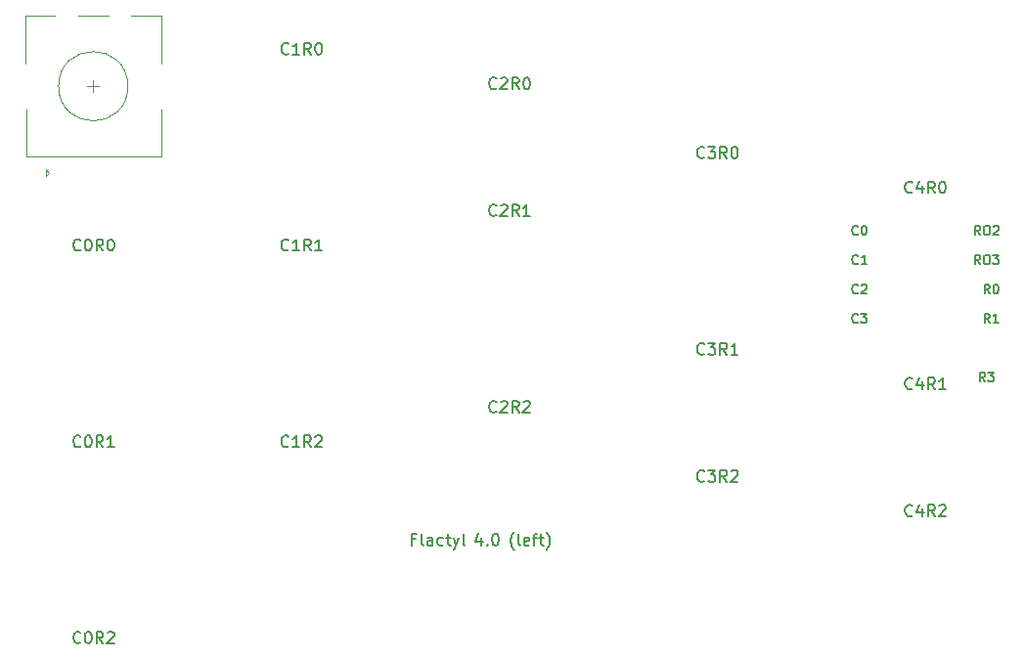
<source format=gbr>
%TF.GenerationSoftware,KiCad,Pcbnew,(7.0.0-0)*%
%TF.CreationDate,2023-02-20T17:01:47+08:00*%
%TF.ProjectId,left,6c656674-2e6b-4696-9361-645f70636258,v1.0.0*%
%TF.SameCoordinates,Original*%
%TF.FileFunction,Legend,Top*%
%TF.FilePolarity,Positive*%
%FSLAX46Y46*%
G04 Gerber Fmt 4.6, Leading zero omitted, Abs format (unit mm)*
G04 Created by KiCad (PCBNEW (7.0.0-0)) date 2023-02-20 17:01:47*
%MOMM*%
%LPD*%
G01*
G04 APERTURE LIST*
%ADD10C,0.150000*%
%ADD11C,0.120000*%
G04 APERTURE END LIST*
D10*
%TO.C,S1*%
X-1142857Y36727857D02*
X-1190476Y36680238D01*
X-1190476Y36680238D02*
X-1333333Y36632619D01*
X-1333333Y36632619D02*
X-1428571Y36632619D01*
X-1428571Y36632619D02*
X-1571428Y36680238D01*
X-1571428Y36680238D02*
X-1666666Y36775476D01*
X-1666666Y36775476D02*
X-1714285Y36870714D01*
X-1714285Y36870714D02*
X-1761904Y37061190D01*
X-1761904Y37061190D02*
X-1761904Y37204047D01*
X-1761904Y37204047D02*
X-1714285Y37394523D01*
X-1714285Y37394523D02*
X-1666666Y37489761D01*
X-1666666Y37489761D02*
X-1571428Y37585000D01*
X-1571428Y37585000D02*
X-1428571Y37632619D01*
X-1428571Y37632619D02*
X-1333333Y37632619D01*
X-1333333Y37632619D02*
X-1190476Y37585000D01*
X-1190476Y37585000D02*
X-1142857Y37537380D01*
X-523809Y37632619D02*
X-428571Y37632619D01*
X-428571Y37632619D02*
X-333333Y37585000D01*
X-333333Y37585000D02*
X-285714Y37537380D01*
X-285714Y37537380D02*
X-238095Y37442142D01*
X-238095Y37442142D02*
X-190476Y37251666D01*
X-190476Y37251666D02*
X-190476Y37013571D01*
X-190476Y37013571D02*
X-238095Y36823095D01*
X-238095Y36823095D02*
X-285714Y36727857D01*
X-285714Y36727857D02*
X-333333Y36680238D01*
X-333333Y36680238D02*
X-428571Y36632619D01*
X-428571Y36632619D02*
X-523809Y36632619D01*
X-523809Y36632619D02*
X-619047Y36680238D01*
X-619047Y36680238D02*
X-666666Y36727857D01*
X-666666Y36727857D02*
X-714285Y36823095D01*
X-714285Y36823095D02*
X-761904Y37013571D01*
X-761904Y37013571D02*
X-761904Y37251666D01*
X-761904Y37251666D02*
X-714285Y37442142D01*
X-714285Y37442142D02*
X-666666Y37537380D01*
X-666666Y37537380D02*
X-619047Y37585000D01*
X-619047Y37585000D02*
X-523809Y37632619D01*
X809523Y36632619D02*
X476190Y37108809D01*
X238095Y36632619D02*
X238095Y37632619D01*
X238095Y37632619D02*
X619047Y37632619D01*
X619047Y37632619D02*
X714285Y37585000D01*
X714285Y37585000D02*
X761904Y37537380D01*
X761904Y37537380D02*
X809523Y37442142D01*
X809523Y37442142D02*
X809523Y37299285D01*
X809523Y37299285D02*
X761904Y37204047D01*
X761904Y37204047D02*
X714285Y37156428D01*
X714285Y37156428D02*
X619047Y37108809D01*
X619047Y37108809D02*
X238095Y37108809D01*
X1428571Y37632619D02*
X1523809Y37632619D01*
X1523809Y37632619D02*
X1619047Y37585000D01*
X1619047Y37585000D02*
X1666666Y37537380D01*
X1666666Y37537380D02*
X1714285Y37442142D01*
X1714285Y37442142D02*
X1761904Y37251666D01*
X1761904Y37251666D02*
X1761904Y37013571D01*
X1761904Y37013571D02*
X1714285Y36823095D01*
X1714285Y36823095D02*
X1666666Y36727857D01*
X1666666Y36727857D02*
X1619047Y36680238D01*
X1619047Y36680238D02*
X1523809Y36632619D01*
X1523809Y36632619D02*
X1428571Y36632619D01*
X1428571Y36632619D02*
X1333333Y36680238D01*
X1333333Y36680238D02*
X1285714Y36727857D01*
X1285714Y36727857D02*
X1238095Y36823095D01*
X1238095Y36823095D02*
X1190476Y37013571D01*
X1190476Y37013571D02*
X1190476Y37251666D01*
X1190476Y37251666D02*
X1238095Y37442142D01*
X1238095Y37442142D02*
X1285714Y37537380D01*
X1285714Y37537380D02*
X1333333Y37585000D01*
X1333333Y37585000D02*
X1428571Y37632619D01*
%TO.C,S2*%
X-1142857Y19727857D02*
X-1190476Y19680238D01*
X-1190476Y19680238D02*
X-1333333Y19632619D01*
X-1333333Y19632619D02*
X-1428571Y19632619D01*
X-1428571Y19632619D02*
X-1571428Y19680238D01*
X-1571428Y19680238D02*
X-1666666Y19775476D01*
X-1666666Y19775476D02*
X-1714285Y19870714D01*
X-1714285Y19870714D02*
X-1761904Y20061190D01*
X-1761904Y20061190D02*
X-1761904Y20204047D01*
X-1761904Y20204047D02*
X-1714285Y20394523D01*
X-1714285Y20394523D02*
X-1666666Y20489761D01*
X-1666666Y20489761D02*
X-1571428Y20585000D01*
X-1571428Y20585000D02*
X-1428571Y20632619D01*
X-1428571Y20632619D02*
X-1333333Y20632619D01*
X-1333333Y20632619D02*
X-1190476Y20585000D01*
X-1190476Y20585000D02*
X-1142857Y20537380D01*
X-523809Y20632619D02*
X-428571Y20632619D01*
X-428571Y20632619D02*
X-333333Y20585000D01*
X-333333Y20585000D02*
X-285714Y20537380D01*
X-285714Y20537380D02*
X-238095Y20442142D01*
X-238095Y20442142D02*
X-190476Y20251666D01*
X-190476Y20251666D02*
X-190476Y20013571D01*
X-190476Y20013571D02*
X-238095Y19823095D01*
X-238095Y19823095D02*
X-285714Y19727857D01*
X-285714Y19727857D02*
X-333333Y19680238D01*
X-333333Y19680238D02*
X-428571Y19632619D01*
X-428571Y19632619D02*
X-523809Y19632619D01*
X-523809Y19632619D02*
X-619047Y19680238D01*
X-619047Y19680238D02*
X-666666Y19727857D01*
X-666666Y19727857D02*
X-714285Y19823095D01*
X-714285Y19823095D02*
X-761904Y20013571D01*
X-761904Y20013571D02*
X-761904Y20251666D01*
X-761904Y20251666D02*
X-714285Y20442142D01*
X-714285Y20442142D02*
X-666666Y20537380D01*
X-666666Y20537380D02*
X-619047Y20585000D01*
X-619047Y20585000D02*
X-523809Y20632619D01*
X809523Y19632619D02*
X476190Y20108809D01*
X238095Y19632619D02*
X238095Y20632619D01*
X238095Y20632619D02*
X619047Y20632619D01*
X619047Y20632619D02*
X714285Y20585000D01*
X714285Y20585000D02*
X761904Y20537380D01*
X761904Y20537380D02*
X809523Y20442142D01*
X809523Y20442142D02*
X809523Y20299285D01*
X809523Y20299285D02*
X761904Y20204047D01*
X761904Y20204047D02*
X714285Y20156428D01*
X714285Y20156428D02*
X619047Y20108809D01*
X619047Y20108809D02*
X238095Y20108809D01*
X1761904Y19632619D02*
X1190476Y19632619D01*
X1476190Y19632619D02*
X1476190Y20632619D01*
X1476190Y20632619D02*
X1380952Y20489761D01*
X1380952Y20489761D02*
X1285714Y20394523D01*
X1285714Y20394523D02*
X1190476Y20346904D01*
%TO.C,S3*%
X-1142857Y2727857D02*
X-1190476Y2680238D01*
X-1190476Y2680238D02*
X-1333333Y2632619D01*
X-1333333Y2632619D02*
X-1428571Y2632619D01*
X-1428571Y2632619D02*
X-1571428Y2680238D01*
X-1571428Y2680238D02*
X-1666666Y2775476D01*
X-1666666Y2775476D02*
X-1714285Y2870714D01*
X-1714285Y2870714D02*
X-1761904Y3061190D01*
X-1761904Y3061190D02*
X-1761904Y3204047D01*
X-1761904Y3204047D02*
X-1714285Y3394523D01*
X-1714285Y3394523D02*
X-1666666Y3489761D01*
X-1666666Y3489761D02*
X-1571428Y3585000D01*
X-1571428Y3585000D02*
X-1428571Y3632619D01*
X-1428571Y3632619D02*
X-1333333Y3632619D01*
X-1333333Y3632619D02*
X-1190476Y3585000D01*
X-1190476Y3585000D02*
X-1142857Y3537380D01*
X-523809Y3632619D02*
X-428571Y3632619D01*
X-428571Y3632619D02*
X-333333Y3585000D01*
X-333333Y3585000D02*
X-285714Y3537380D01*
X-285714Y3537380D02*
X-238095Y3442142D01*
X-238095Y3442142D02*
X-190476Y3251666D01*
X-190476Y3251666D02*
X-190476Y3013571D01*
X-190476Y3013571D02*
X-238095Y2823095D01*
X-238095Y2823095D02*
X-285714Y2727857D01*
X-285714Y2727857D02*
X-333333Y2680238D01*
X-333333Y2680238D02*
X-428571Y2632619D01*
X-428571Y2632619D02*
X-523809Y2632619D01*
X-523809Y2632619D02*
X-619047Y2680238D01*
X-619047Y2680238D02*
X-666666Y2727857D01*
X-666666Y2727857D02*
X-714285Y2823095D01*
X-714285Y2823095D02*
X-761904Y3013571D01*
X-761904Y3013571D02*
X-761904Y3251666D01*
X-761904Y3251666D02*
X-714285Y3442142D01*
X-714285Y3442142D02*
X-666666Y3537380D01*
X-666666Y3537380D02*
X-619047Y3585000D01*
X-619047Y3585000D02*
X-523809Y3632619D01*
X809523Y2632619D02*
X476190Y3108809D01*
X238095Y2632619D02*
X238095Y3632619D01*
X238095Y3632619D02*
X619047Y3632619D01*
X619047Y3632619D02*
X714285Y3585000D01*
X714285Y3585000D02*
X761904Y3537380D01*
X761904Y3537380D02*
X809523Y3442142D01*
X809523Y3442142D02*
X809523Y3299285D01*
X809523Y3299285D02*
X761904Y3204047D01*
X761904Y3204047D02*
X714285Y3156428D01*
X714285Y3156428D02*
X619047Y3108809D01*
X619047Y3108809D02*
X238095Y3108809D01*
X1190476Y3537380D02*
X1238095Y3585000D01*
X1238095Y3585000D02*
X1333333Y3632619D01*
X1333333Y3632619D02*
X1571428Y3632619D01*
X1571428Y3632619D02*
X1666666Y3585000D01*
X1666666Y3585000D02*
X1714285Y3537380D01*
X1714285Y3537380D02*
X1761904Y3442142D01*
X1761904Y3442142D02*
X1761904Y3346904D01*
X1761904Y3346904D02*
X1714285Y3204047D01*
X1714285Y3204047D02*
X1142857Y2632619D01*
X1142857Y2632619D02*
X1761904Y2632619D01*
%TO.C,S4*%
X16857142Y53727857D02*
X16809523Y53680238D01*
X16809523Y53680238D02*
X16666666Y53632619D01*
X16666666Y53632619D02*
X16571428Y53632619D01*
X16571428Y53632619D02*
X16428571Y53680238D01*
X16428571Y53680238D02*
X16333333Y53775476D01*
X16333333Y53775476D02*
X16285714Y53870714D01*
X16285714Y53870714D02*
X16238095Y54061190D01*
X16238095Y54061190D02*
X16238095Y54204047D01*
X16238095Y54204047D02*
X16285714Y54394523D01*
X16285714Y54394523D02*
X16333333Y54489761D01*
X16333333Y54489761D02*
X16428571Y54585000D01*
X16428571Y54585000D02*
X16571428Y54632619D01*
X16571428Y54632619D02*
X16666666Y54632619D01*
X16666666Y54632619D02*
X16809523Y54585000D01*
X16809523Y54585000D02*
X16857142Y54537380D01*
X17809523Y53632619D02*
X17238095Y53632619D01*
X17523809Y53632619D02*
X17523809Y54632619D01*
X17523809Y54632619D02*
X17428571Y54489761D01*
X17428571Y54489761D02*
X17333333Y54394523D01*
X17333333Y54394523D02*
X17238095Y54346904D01*
X18809523Y53632619D02*
X18476190Y54108809D01*
X18238095Y53632619D02*
X18238095Y54632619D01*
X18238095Y54632619D02*
X18619047Y54632619D01*
X18619047Y54632619D02*
X18714285Y54585000D01*
X18714285Y54585000D02*
X18761904Y54537380D01*
X18761904Y54537380D02*
X18809523Y54442142D01*
X18809523Y54442142D02*
X18809523Y54299285D01*
X18809523Y54299285D02*
X18761904Y54204047D01*
X18761904Y54204047D02*
X18714285Y54156428D01*
X18714285Y54156428D02*
X18619047Y54108809D01*
X18619047Y54108809D02*
X18238095Y54108809D01*
X19428571Y54632619D02*
X19523809Y54632619D01*
X19523809Y54632619D02*
X19619047Y54585000D01*
X19619047Y54585000D02*
X19666666Y54537380D01*
X19666666Y54537380D02*
X19714285Y54442142D01*
X19714285Y54442142D02*
X19761904Y54251666D01*
X19761904Y54251666D02*
X19761904Y54013571D01*
X19761904Y54013571D02*
X19714285Y53823095D01*
X19714285Y53823095D02*
X19666666Y53727857D01*
X19666666Y53727857D02*
X19619047Y53680238D01*
X19619047Y53680238D02*
X19523809Y53632619D01*
X19523809Y53632619D02*
X19428571Y53632619D01*
X19428571Y53632619D02*
X19333333Y53680238D01*
X19333333Y53680238D02*
X19285714Y53727857D01*
X19285714Y53727857D02*
X19238095Y53823095D01*
X19238095Y53823095D02*
X19190476Y54013571D01*
X19190476Y54013571D02*
X19190476Y54251666D01*
X19190476Y54251666D02*
X19238095Y54442142D01*
X19238095Y54442142D02*
X19285714Y54537380D01*
X19285714Y54537380D02*
X19333333Y54585000D01*
X19333333Y54585000D02*
X19428571Y54632619D01*
%TO.C,S5*%
X16857142Y36727857D02*
X16809523Y36680238D01*
X16809523Y36680238D02*
X16666666Y36632619D01*
X16666666Y36632619D02*
X16571428Y36632619D01*
X16571428Y36632619D02*
X16428571Y36680238D01*
X16428571Y36680238D02*
X16333333Y36775476D01*
X16333333Y36775476D02*
X16285714Y36870714D01*
X16285714Y36870714D02*
X16238095Y37061190D01*
X16238095Y37061190D02*
X16238095Y37204047D01*
X16238095Y37204047D02*
X16285714Y37394523D01*
X16285714Y37394523D02*
X16333333Y37489761D01*
X16333333Y37489761D02*
X16428571Y37585000D01*
X16428571Y37585000D02*
X16571428Y37632619D01*
X16571428Y37632619D02*
X16666666Y37632619D01*
X16666666Y37632619D02*
X16809523Y37585000D01*
X16809523Y37585000D02*
X16857142Y37537380D01*
X17809523Y36632619D02*
X17238095Y36632619D01*
X17523809Y36632619D02*
X17523809Y37632619D01*
X17523809Y37632619D02*
X17428571Y37489761D01*
X17428571Y37489761D02*
X17333333Y37394523D01*
X17333333Y37394523D02*
X17238095Y37346904D01*
X18809523Y36632619D02*
X18476190Y37108809D01*
X18238095Y36632619D02*
X18238095Y37632619D01*
X18238095Y37632619D02*
X18619047Y37632619D01*
X18619047Y37632619D02*
X18714285Y37585000D01*
X18714285Y37585000D02*
X18761904Y37537380D01*
X18761904Y37537380D02*
X18809523Y37442142D01*
X18809523Y37442142D02*
X18809523Y37299285D01*
X18809523Y37299285D02*
X18761904Y37204047D01*
X18761904Y37204047D02*
X18714285Y37156428D01*
X18714285Y37156428D02*
X18619047Y37108809D01*
X18619047Y37108809D02*
X18238095Y37108809D01*
X19761904Y36632619D02*
X19190476Y36632619D01*
X19476190Y36632619D02*
X19476190Y37632619D01*
X19476190Y37632619D02*
X19380952Y37489761D01*
X19380952Y37489761D02*
X19285714Y37394523D01*
X19285714Y37394523D02*
X19190476Y37346904D01*
%TO.C,S6*%
X16857142Y19727857D02*
X16809523Y19680238D01*
X16809523Y19680238D02*
X16666666Y19632619D01*
X16666666Y19632619D02*
X16571428Y19632619D01*
X16571428Y19632619D02*
X16428571Y19680238D01*
X16428571Y19680238D02*
X16333333Y19775476D01*
X16333333Y19775476D02*
X16285714Y19870714D01*
X16285714Y19870714D02*
X16238095Y20061190D01*
X16238095Y20061190D02*
X16238095Y20204047D01*
X16238095Y20204047D02*
X16285714Y20394523D01*
X16285714Y20394523D02*
X16333333Y20489761D01*
X16333333Y20489761D02*
X16428571Y20585000D01*
X16428571Y20585000D02*
X16571428Y20632619D01*
X16571428Y20632619D02*
X16666666Y20632619D01*
X16666666Y20632619D02*
X16809523Y20585000D01*
X16809523Y20585000D02*
X16857142Y20537380D01*
X17809523Y19632619D02*
X17238095Y19632619D01*
X17523809Y19632619D02*
X17523809Y20632619D01*
X17523809Y20632619D02*
X17428571Y20489761D01*
X17428571Y20489761D02*
X17333333Y20394523D01*
X17333333Y20394523D02*
X17238095Y20346904D01*
X18809523Y19632619D02*
X18476190Y20108809D01*
X18238095Y19632619D02*
X18238095Y20632619D01*
X18238095Y20632619D02*
X18619047Y20632619D01*
X18619047Y20632619D02*
X18714285Y20585000D01*
X18714285Y20585000D02*
X18761904Y20537380D01*
X18761904Y20537380D02*
X18809523Y20442142D01*
X18809523Y20442142D02*
X18809523Y20299285D01*
X18809523Y20299285D02*
X18761904Y20204047D01*
X18761904Y20204047D02*
X18714285Y20156428D01*
X18714285Y20156428D02*
X18619047Y20108809D01*
X18619047Y20108809D02*
X18238095Y20108809D01*
X19190476Y20537380D02*
X19238095Y20585000D01*
X19238095Y20585000D02*
X19333333Y20632619D01*
X19333333Y20632619D02*
X19571428Y20632619D01*
X19571428Y20632619D02*
X19666666Y20585000D01*
X19666666Y20585000D02*
X19714285Y20537380D01*
X19714285Y20537380D02*
X19761904Y20442142D01*
X19761904Y20442142D02*
X19761904Y20346904D01*
X19761904Y20346904D02*
X19714285Y20204047D01*
X19714285Y20204047D02*
X19142857Y19632619D01*
X19142857Y19632619D02*
X19761904Y19632619D01*
%TO.C,S7*%
X34857142Y50727857D02*
X34809523Y50680238D01*
X34809523Y50680238D02*
X34666666Y50632619D01*
X34666666Y50632619D02*
X34571428Y50632619D01*
X34571428Y50632619D02*
X34428571Y50680238D01*
X34428571Y50680238D02*
X34333333Y50775476D01*
X34333333Y50775476D02*
X34285714Y50870714D01*
X34285714Y50870714D02*
X34238095Y51061190D01*
X34238095Y51061190D02*
X34238095Y51204047D01*
X34238095Y51204047D02*
X34285714Y51394523D01*
X34285714Y51394523D02*
X34333333Y51489761D01*
X34333333Y51489761D02*
X34428571Y51585000D01*
X34428571Y51585000D02*
X34571428Y51632619D01*
X34571428Y51632619D02*
X34666666Y51632619D01*
X34666666Y51632619D02*
X34809523Y51585000D01*
X34809523Y51585000D02*
X34857142Y51537380D01*
X35238095Y51537380D02*
X35285714Y51585000D01*
X35285714Y51585000D02*
X35380952Y51632619D01*
X35380952Y51632619D02*
X35619047Y51632619D01*
X35619047Y51632619D02*
X35714285Y51585000D01*
X35714285Y51585000D02*
X35761904Y51537380D01*
X35761904Y51537380D02*
X35809523Y51442142D01*
X35809523Y51442142D02*
X35809523Y51346904D01*
X35809523Y51346904D02*
X35761904Y51204047D01*
X35761904Y51204047D02*
X35190476Y50632619D01*
X35190476Y50632619D02*
X35809523Y50632619D01*
X36809523Y50632619D02*
X36476190Y51108809D01*
X36238095Y50632619D02*
X36238095Y51632619D01*
X36238095Y51632619D02*
X36619047Y51632619D01*
X36619047Y51632619D02*
X36714285Y51585000D01*
X36714285Y51585000D02*
X36761904Y51537380D01*
X36761904Y51537380D02*
X36809523Y51442142D01*
X36809523Y51442142D02*
X36809523Y51299285D01*
X36809523Y51299285D02*
X36761904Y51204047D01*
X36761904Y51204047D02*
X36714285Y51156428D01*
X36714285Y51156428D02*
X36619047Y51108809D01*
X36619047Y51108809D02*
X36238095Y51108809D01*
X37428571Y51632619D02*
X37523809Y51632619D01*
X37523809Y51632619D02*
X37619047Y51585000D01*
X37619047Y51585000D02*
X37666666Y51537380D01*
X37666666Y51537380D02*
X37714285Y51442142D01*
X37714285Y51442142D02*
X37761904Y51251666D01*
X37761904Y51251666D02*
X37761904Y51013571D01*
X37761904Y51013571D02*
X37714285Y50823095D01*
X37714285Y50823095D02*
X37666666Y50727857D01*
X37666666Y50727857D02*
X37619047Y50680238D01*
X37619047Y50680238D02*
X37523809Y50632619D01*
X37523809Y50632619D02*
X37428571Y50632619D01*
X37428571Y50632619D02*
X37333333Y50680238D01*
X37333333Y50680238D02*
X37285714Y50727857D01*
X37285714Y50727857D02*
X37238095Y50823095D01*
X37238095Y50823095D02*
X37190476Y51013571D01*
X37190476Y51013571D02*
X37190476Y51251666D01*
X37190476Y51251666D02*
X37238095Y51442142D01*
X37238095Y51442142D02*
X37285714Y51537380D01*
X37285714Y51537380D02*
X37333333Y51585000D01*
X37333333Y51585000D02*
X37428571Y51632619D01*
%TO.C,S8*%
X34857142Y39727857D02*
X34809523Y39680238D01*
X34809523Y39680238D02*
X34666666Y39632619D01*
X34666666Y39632619D02*
X34571428Y39632619D01*
X34571428Y39632619D02*
X34428571Y39680238D01*
X34428571Y39680238D02*
X34333333Y39775476D01*
X34333333Y39775476D02*
X34285714Y39870714D01*
X34285714Y39870714D02*
X34238095Y40061190D01*
X34238095Y40061190D02*
X34238095Y40204047D01*
X34238095Y40204047D02*
X34285714Y40394523D01*
X34285714Y40394523D02*
X34333333Y40489761D01*
X34333333Y40489761D02*
X34428571Y40585000D01*
X34428571Y40585000D02*
X34571428Y40632619D01*
X34571428Y40632619D02*
X34666666Y40632619D01*
X34666666Y40632619D02*
X34809523Y40585000D01*
X34809523Y40585000D02*
X34857142Y40537380D01*
X35238095Y40537380D02*
X35285714Y40585000D01*
X35285714Y40585000D02*
X35380952Y40632619D01*
X35380952Y40632619D02*
X35619047Y40632619D01*
X35619047Y40632619D02*
X35714285Y40585000D01*
X35714285Y40585000D02*
X35761904Y40537380D01*
X35761904Y40537380D02*
X35809523Y40442142D01*
X35809523Y40442142D02*
X35809523Y40346904D01*
X35809523Y40346904D02*
X35761904Y40204047D01*
X35761904Y40204047D02*
X35190476Y39632619D01*
X35190476Y39632619D02*
X35809523Y39632619D01*
X36809523Y39632619D02*
X36476190Y40108809D01*
X36238095Y39632619D02*
X36238095Y40632619D01*
X36238095Y40632619D02*
X36619047Y40632619D01*
X36619047Y40632619D02*
X36714285Y40585000D01*
X36714285Y40585000D02*
X36761904Y40537380D01*
X36761904Y40537380D02*
X36809523Y40442142D01*
X36809523Y40442142D02*
X36809523Y40299285D01*
X36809523Y40299285D02*
X36761904Y40204047D01*
X36761904Y40204047D02*
X36714285Y40156428D01*
X36714285Y40156428D02*
X36619047Y40108809D01*
X36619047Y40108809D02*
X36238095Y40108809D01*
X37761904Y39632619D02*
X37190476Y39632619D01*
X37476190Y39632619D02*
X37476190Y40632619D01*
X37476190Y40632619D02*
X37380952Y40489761D01*
X37380952Y40489761D02*
X37285714Y40394523D01*
X37285714Y40394523D02*
X37190476Y40346904D01*
%TO.C,S9*%
X34857142Y22727857D02*
X34809523Y22680238D01*
X34809523Y22680238D02*
X34666666Y22632619D01*
X34666666Y22632619D02*
X34571428Y22632619D01*
X34571428Y22632619D02*
X34428571Y22680238D01*
X34428571Y22680238D02*
X34333333Y22775476D01*
X34333333Y22775476D02*
X34285714Y22870714D01*
X34285714Y22870714D02*
X34238095Y23061190D01*
X34238095Y23061190D02*
X34238095Y23204047D01*
X34238095Y23204047D02*
X34285714Y23394523D01*
X34285714Y23394523D02*
X34333333Y23489761D01*
X34333333Y23489761D02*
X34428571Y23585000D01*
X34428571Y23585000D02*
X34571428Y23632619D01*
X34571428Y23632619D02*
X34666666Y23632619D01*
X34666666Y23632619D02*
X34809523Y23585000D01*
X34809523Y23585000D02*
X34857142Y23537380D01*
X35238095Y23537380D02*
X35285714Y23585000D01*
X35285714Y23585000D02*
X35380952Y23632619D01*
X35380952Y23632619D02*
X35619047Y23632619D01*
X35619047Y23632619D02*
X35714285Y23585000D01*
X35714285Y23585000D02*
X35761904Y23537380D01*
X35761904Y23537380D02*
X35809523Y23442142D01*
X35809523Y23442142D02*
X35809523Y23346904D01*
X35809523Y23346904D02*
X35761904Y23204047D01*
X35761904Y23204047D02*
X35190476Y22632619D01*
X35190476Y22632619D02*
X35809523Y22632619D01*
X36809523Y22632619D02*
X36476190Y23108809D01*
X36238095Y22632619D02*
X36238095Y23632619D01*
X36238095Y23632619D02*
X36619047Y23632619D01*
X36619047Y23632619D02*
X36714285Y23585000D01*
X36714285Y23585000D02*
X36761904Y23537380D01*
X36761904Y23537380D02*
X36809523Y23442142D01*
X36809523Y23442142D02*
X36809523Y23299285D01*
X36809523Y23299285D02*
X36761904Y23204047D01*
X36761904Y23204047D02*
X36714285Y23156428D01*
X36714285Y23156428D02*
X36619047Y23108809D01*
X36619047Y23108809D02*
X36238095Y23108809D01*
X37190476Y23537380D02*
X37238095Y23585000D01*
X37238095Y23585000D02*
X37333333Y23632619D01*
X37333333Y23632619D02*
X37571428Y23632619D01*
X37571428Y23632619D02*
X37666666Y23585000D01*
X37666666Y23585000D02*
X37714285Y23537380D01*
X37714285Y23537380D02*
X37761904Y23442142D01*
X37761904Y23442142D02*
X37761904Y23346904D01*
X37761904Y23346904D02*
X37714285Y23204047D01*
X37714285Y23204047D02*
X37142857Y22632619D01*
X37142857Y22632619D02*
X37761904Y22632619D01*
%TO.C,S10*%
X52857142Y44727857D02*
X52809523Y44680238D01*
X52809523Y44680238D02*
X52666666Y44632619D01*
X52666666Y44632619D02*
X52571428Y44632619D01*
X52571428Y44632619D02*
X52428571Y44680238D01*
X52428571Y44680238D02*
X52333333Y44775476D01*
X52333333Y44775476D02*
X52285714Y44870714D01*
X52285714Y44870714D02*
X52238095Y45061190D01*
X52238095Y45061190D02*
X52238095Y45204047D01*
X52238095Y45204047D02*
X52285714Y45394523D01*
X52285714Y45394523D02*
X52333333Y45489761D01*
X52333333Y45489761D02*
X52428571Y45585000D01*
X52428571Y45585000D02*
X52571428Y45632619D01*
X52571428Y45632619D02*
X52666666Y45632619D01*
X52666666Y45632619D02*
X52809523Y45585000D01*
X52809523Y45585000D02*
X52857142Y45537380D01*
X53190476Y45632619D02*
X53809523Y45632619D01*
X53809523Y45632619D02*
X53476190Y45251666D01*
X53476190Y45251666D02*
X53619047Y45251666D01*
X53619047Y45251666D02*
X53714285Y45204047D01*
X53714285Y45204047D02*
X53761904Y45156428D01*
X53761904Y45156428D02*
X53809523Y45061190D01*
X53809523Y45061190D02*
X53809523Y44823095D01*
X53809523Y44823095D02*
X53761904Y44727857D01*
X53761904Y44727857D02*
X53714285Y44680238D01*
X53714285Y44680238D02*
X53619047Y44632619D01*
X53619047Y44632619D02*
X53333333Y44632619D01*
X53333333Y44632619D02*
X53238095Y44680238D01*
X53238095Y44680238D02*
X53190476Y44727857D01*
X54809523Y44632619D02*
X54476190Y45108809D01*
X54238095Y44632619D02*
X54238095Y45632619D01*
X54238095Y45632619D02*
X54619047Y45632619D01*
X54619047Y45632619D02*
X54714285Y45585000D01*
X54714285Y45585000D02*
X54761904Y45537380D01*
X54761904Y45537380D02*
X54809523Y45442142D01*
X54809523Y45442142D02*
X54809523Y45299285D01*
X54809523Y45299285D02*
X54761904Y45204047D01*
X54761904Y45204047D02*
X54714285Y45156428D01*
X54714285Y45156428D02*
X54619047Y45108809D01*
X54619047Y45108809D02*
X54238095Y45108809D01*
X55428571Y45632619D02*
X55523809Y45632619D01*
X55523809Y45632619D02*
X55619047Y45585000D01*
X55619047Y45585000D02*
X55666666Y45537380D01*
X55666666Y45537380D02*
X55714285Y45442142D01*
X55714285Y45442142D02*
X55761904Y45251666D01*
X55761904Y45251666D02*
X55761904Y45013571D01*
X55761904Y45013571D02*
X55714285Y44823095D01*
X55714285Y44823095D02*
X55666666Y44727857D01*
X55666666Y44727857D02*
X55619047Y44680238D01*
X55619047Y44680238D02*
X55523809Y44632619D01*
X55523809Y44632619D02*
X55428571Y44632619D01*
X55428571Y44632619D02*
X55333333Y44680238D01*
X55333333Y44680238D02*
X55285714Y44727857D01*
X55285714Y44727857D02*
X55238095Y44823095D01*
X55238095Y44823095D02*
X55190476Y45013571D01*
X55190476Y45013571D02*
X55190476Y45251666D01*
X55190476Y45251666D02*
X55238095Y45442142D01*
X55238095Y45442142D02*
X55285714Y45537380D01*
X55285714Y45537380D02*
X55333333Y45585000D01*
X55333333Y45585000D02*
X55428571Y45632619D01*
%TO.C,S11*%
X52857142Y27727857D02*
X52809523Y27680238D01*
X52809523Y27680238D02*
X52666666Y27632619D01*
X52666666Y27632619D02*
X52571428Y27632619D01*
X52571428Y27632619D02*
X52428571Y27680238D01*
X52428571Y27680238D02*
X52333333Y27775476D01*
X52333333Y27775476D02*
X52285714Y27870714D01*
X52285714Y27870714D02*
X52238095Y28061190D01*
X52238095Y28061190D02*
X52238095Y28204047D01*
X52238095Y28204047D02*
X52285714Y28394523D01*
X52285714Y28394523D02*
X52333333Y28489761D01*
X52333333Y28489761D02*
X52428571Y28585000D01*
X52428571Y28585000D02*
X52571428Y28632619D01*
X52571428Y28632619D02*
X52666666Y28632619D01*
X52666666Y28632619D02*
X52809523Y28585000D01*
X52809523Y28585000D02*
X52857142Y28537380D01*
X53190476Y28632619D02*
X53809523Y28632619D01*
X53809523Y28632619D02*
X53476190Y28251666D01*
X53476190Y28251666D02*
X53619047Y28251666D01*
X53619047Y28251666D02*
X53714285Y28204047D01*
X53714285Y28204047D02*
X53761904Y28156428D01*
X53761904Y28156428D02*
X53809523Y28061190D01*
X53809523Y28061190D02*
X53809523Y27823095D01*
X53809523Y27823095D02*
X53761904Y27727857D01*
X53761904Y27727857D02*
X53714285Y27680238D01*
X53714285Y27680238D02*
X53619047Y27632619D01*
X53619047Y27632619D02*
X53333333Y27632619D01*
X53333333Y27632619D02*
X53238095Y27680238D01*
X53238095Y27680238D02*
X53190476Y27727857D01*
X54809523Y27632619D02*
X54476190Y28108809D01*
X54238095Y27632619D02*
X54238095Y28632619D01*
X54238095Y28632619D02*
X54619047Y28632619D01*
X54619047Y28632619D02*
X54714285Y28585000D01*
X54714285Y28585000D02*
X54761904Y28537380D01*
X54761904Y28537380D02*
X54809523Y28442142D01*
X54809523Y28442142D02*
X54809523Y28299285D01*
X54809523Y28299285D02*
X54761904Y28204047D01*
X54761904Y28204047D02*
X54714285Y28156428D01*
X54714285Y28156428D02*
X54619047Y28108809D01*
X54619047Y28108809D02*
X54238095Y28108809D01*
X55761904Y27632619D02*
X55190476Y27632619D01*
X55476190Y27632619D02*
X55476190Y28632619D01*
X55476190Y28632619D02*
X55380952Y28489761D01*
X55380952Y28489761D02*
X55285714Y28394523D01*
X55285714Y28394523D02*
X55190476Y28346904D01*
%TO.C,S12*%
X52857142Y16727857D02*
X52809523Y16680238D01*
X52809523Y16680238D02*
X52666666Y16632619D01*
X52666666Y16632619D02*
X52571428Y16632619D01*
X52571428Y16632619D02*
X52428571Y16680238D01*
X52428571Y16680238D02*
X52333333Y16775476D01*
X52333333Y16775476D02*
X52285714Y16870714D01*
X52285714Y16870714D02*
X52238095Y17061190D01*
X52238095Y17061190D02*
X52238095Y17204047D01*
X52238095Y17204047D02*
X52285714Y17394523D01*
X52285714Y17394523D02*
X52333333Y17489761D01*
X52333333Y17489761D02*
X52428571Y17585000D01*
X52428571Y17585000D02*
X52571428Y17632619D01*
X52571428Y17632619D02*
X52666666Y17632619D01*
X52666666Y17632619D02*
X52809523Y17585000D01*
X52809523Y17585000D02*
X52857142Y17537380D01*
X53190476Y17632619D02*
X53809523Y17632619D01*
X53809523Y17632619D02*
X53476190Y17251666D01*
X53476190Y17251666D02*
X53619047Y17251666D01*
X53619047Y17251666D02*
X53714285Y17204047D01*
X53714285Y17204047D02*
X53761904Y17156428D01*
X53761904Y17156428D02*
X53809523Y17061190D01*
X53809523Y17061190D02*
X53809523Y16823095D01*
X53809523Y16823095D02*
X53761904Y16727857D01*
X53761904Y16727857D02*
X53714285Y16680238D01*
X53714285Y16680238D02*
X53619047Y16632619D01*
X53619047Y16632619D02*
X53333333Y16632619D01*
X53333333Y16632619D02*
X53238095Y16680238D01*
X53238095Y16680238D02*
X53190476Y16727857D01*
X54809523Y16632619D02*
X54476190Y17108809D01*
X54238095Y16632619D02*
X54238095Y17632619D01*
X54238095Y17632619D02*
X54619047Y17632619D01*
X54619047Y17632619D02*
X54714285Y17585000D01*
X54714285Y17585000D02*
X54761904Y17537380D01*
X54761904Y17537380D02*
X54809523Y17442142D01*
X54809523Y17442142D02*
X54809523Y17299285D01*
X54809523Y17299285D02*
X54761904Y17204047D01*
X54761904Y17204047D02*
X54714285Y17156428D01*
X54714285Y17156428D02*
X54619047Y17108809D01*
X54619047Y17108809D02*
X54238095Y17108809D01*
X55190476Y17537380D02*
X55238095Y17585000D01*
X55238095Y17585000D02*
X55333333Y17632619D01*
X55333333Y17632619D02*
X55571428Y17632619D01*
X55571428Y17632619D02*
X55666666Y17585000D01*
X55666666Y17585000D02*
X55714285Y17537380D01*
X55714285Y17537380D02*
X55761904Y17442142D01*
X55761904Y17442142D02*
X55761904Y17346904D01*
X55761904Y17346904D02*
X55714285Y17204047D01*
X55714285Y17204047D02*
X55142857Y16632619D01*
X55142857Y16632619D02*
X55761904Y16632619D01*
%TO.C,S13*%
X70857142Y41727857D02*
X70809523Y41680238D01*
X70809523Y41680238D02*
X70666666Y41632619D01*
X70666666Y41632619D02*
X70571428Y41632619D01*
X70571428Y41632619D02*
X70428571Y41680238D01*
X70428571Y41680238D02*
X70333333Y41775476D01*
X70333333Y41775476D02*
X70285714Y41870714D01*
X70285714Y41870714D02*
X70238095Y42061190D01*
X70238095Y42061190D02*
X70238095Y42204047D01*
X70238095Y42204047D02*
X70285714Y42394523D01*
X70285714Y42394523D02*
X70333333Y42489761D01*
X70333333Y42489761D02*
X70428571Y42585000D01*
X70428571Y42585000D02*
X70571428Y42632619D01*
X70571428Y42632619D02*
X70666666Y42632619D01*
X70666666Y42632619D02*
X70809523Y42585000D01*
X70809523Y42585000D02*
X70857142Y42537380D01*
X71714285Y42299285D02*
X71714285Y41632619D01*
X71476190Y42680238D02*
X71238095Y41965952D01*
X71238095Y41965952D02*
X71857142Y41965952D01*
X72809523Y41632619D02*
X72476190Y42108809D01*
X72238095Y41632619D02*
X72238095Y42632619D01*
X72238095Y42632619D02*
X72619047Y42632619D01*
X72619047Y42632619D02*
X72714285Y42585000D01*
X72714285Y42585000D02*
X72761904Y42537380D01*
X72761904Y42537380D02*
X72809523Y42442142D01*
X72809523Y42442142D02*
X72809523Y42299285D01*
X72809523Y42299285D02*
X72761904Y42204047D01*
X72761904Y42204047D02*
X72714285Y42156428D01*
X72714285Y42156428D02*
X72619047Y42108809D01*
X72619047Y42108809D02*
X72238095Y42108809D01*
X73428571Y42632619D02*
X73523809Y42632619D01*
X73523809Y42632619D02*
X73619047Y42585000D01*
X73619047Y42585000D02*
X73666666Y42537380D01*
X73666666Y42537380D02*
X73714285Y42442142D01*
X73714285Y42442142D02*
X73761904Y42251666D01*
X73761904Y42251666D02*
X73761904Y42013571D01*
X73761904Y42013571D02*
X73714285Y41823095D01*
X73714285Y41823095D02*
X73666666Y41727857D01*
X73666666Y41727857D02*
X73619047Y41680238D01*
X73619047Y41680238D02*
X73523809Y41632619D01*
X73523809Y41632619D02*
X73428571Y41632619D01*
X73428571Y41632619D02*
X73333333Y41680238D01*
X73333333Y41680238D02*
X73285714Y41727857D01*
X73285714Y41727857D02*
X73238095Y41823095D01*
X73238095Y41823095D02*
X73190476Y42013571D01*
X73190476Y42013571D02*
X73190476Y42251666D01*
X73190476Y42251666D02*
X73238095Y42442142D01*
X73238095Y42442142D02*
X73285714Y42537380D01*
X73285714Y42537380D02*
X73333333Y42585000D01*
X73333333Y42585000D02*
X73428571Y42632619D01*
%TO.C,S14*%
X70857142Y24727857D02*
X70809523Y24680238D01*
X70809523Y24680238D02*
X70666666Y24632619D01*
X70666666Y24632619D02*
X70571428Y24632619D01*
X70571428Y24632619D02*
X70428571Y24680238D01*
X70428571Y24680238D02*
X70333333Y24775476D01*
X70333333Y24775476D02*
X70285714Y24870714D01*
X70285714Y24870714D02*
X70238095Y25061190D01*
X70238095Y25061190D02*
X70238095Y25204047D01*
X70238095Y25204047D02*
X70285714Y25394523D01*
X70285714Y25394523D02*
X70333333Y25489761D01*
X70333333Y25489761D02*
X70428571Y25585000D01*
X70428571Y25585000D02*
X70571428Y25632619D01*
X70571428Y25632619D02*
X70666666Y25632619D01*
X70666666Y25632619D02*
X70809523Y25585000D01*
X70809523Y25585000D02*
X70857142Y25537380D01*
X71714285Y25299285D02*
X71714285Y24632619D01*
X71476190Y25680238D02*
X71238095Y24965952D01*
X71238095Y24965952D02*
X71857142Y24965952D01*
X72809523Y24632619D02*
X72476190Y25108809D01*
X72238095Y24632619D02*
X72238095Y25632619D01*
X72238095Y25632619D02*
X72619047Y25632619D01*
X72619047Y25632619D02*
X72714285Y25585000D01*
X72714285Y25585000D02*
X72761904Y25537380D01*
X72761904Y25537380D02*
X72809523Y25442142D01*
X72809523Y25442142D02*
X72809523Y25299285D01*
X72809523Y25299285D02*
X72761904Y25204047D01*
X72761904Y25204047D02*
X72714285Y25156428D01*
X72714285Y25156428D02*
X72619047Y25108809D01*
X72619047Y25108809D02*
X72238095Y25108809D01*
X73761904Y24632619D02*
X73190476Y24632619D01*
X73476190Y24632619D02*
X73476190Y25632619D01*
X73476190Y25632619D02*
X73380952Y25489761D01*
X73380952Y25489761D02*
X73285714Y25394523D01*
X73285714Y25394523D02*
X73190476Y25346904D01*
%TO.C,S15*%
X70857142Y13727857D02*
X70809523Y13680238D01*
X70809523Y13680238D02*
X70666666Y13632619D01*
X70666666Y13632619D02*
X70571428Y13632619D01*
X70571428Y13632619D02*
X70428571Y13680238D01*
X70428571Y13680238D02*
X70333333Y13775476D01*
X70333333Y13775476D02*
X70285714Y13870714D01*
X70285714Y13870714D02*
X70238095Y14061190D01*
X70238095Y14061190D02*
X70238095Y14204047D01*
X70238095Y14204047D02*
X70285714Y14394523D01*
X70285714Y14394523D02*
X70333333Y14489761D01*
X70333333Y14489761D02*
X70428571Y14585000D01*
X70428571Y14585000D02*
X70571428Y14632619D01*
X70571428Y14632619D02*
X70666666Y14632619D01*
X70666666Y14632619D02*
X70809523Y14585000D01*
X70809523Y14585000D02*
X70857142Y14537380D01*
X71714285Y14299285D02*
X71714285Y13632619D01*
X71476190Y14680238D02*
X71238095Y13965952D01*
X71238095Y13965952D02*
X71857142Y13965952D01*
X72809523Y13632619D02*
X72476190Y14108809D01*
X72238095Y13632619D02*
X72238095Y14632619D01*
X72238095Y14632619D02*
X72619047Y14632619D01*
X72619047Y14632619D02*
X72714285Y14585000D01*
X72714285Y14585000D02*
X72761904Y14537380D01*
X72761904Y14537380D02*
X72809523Y14442142D01*
X72809523Y14442142D02*
X72809523Y14299285D01*
X72809523Y14299285D02*
X72761904Y14204047D01*
X72761904Y14204047D02*
X72714285Y14156428D01*
X72714285Y14156428D02*
X72619047Y14108809D01*
X72619047Y14108809D02*
X72238095Y14108809D01*
X73190476Y14537380D02*
X73238095Y14585000D01*
X73238095Y14585000D02*
X73333333Y14632619D01*
X73333333Y14632619D02*
X73571428Y14632619D01*
X73571428Y14632619D02*
X73666666Y14585000D01*
X73666666Y14585000D02*
X73714285Y14537380D01*
X73714285Y14537380D02*
X73761904Y14442142D01*
X73761904Y14442142D02*
X73761904Y14346904D01*
X73761904Y14346904D02*
X73714285Y14204047D01*
X73714285Y14204047D02*
X73142857Y13632619D01*
X73142857Y13632619D02*
X73761904Y13632619D01*
%TO.C,SS1*%
%TO.C,MCU1*%
X66166667Y38092285D02*
X66128571Y38054190D01*
X66128571Y38054190D02*
X66014286Y38016095D01*
X66014286Y38016095D02*
X65938095Y38016095D01*
X65938095Y38016095D02*
X65823809Y38054190D01*
X65823809Y38054190D02*
X65747619Y38130380D01*
X65747619Y38130380D02*
X65709524Y38206571D01*
X65709524Y38206571D02*
X65671428Y38358952D01*
X65671428Y38358952D02*
X65671428Y38473238D01*
X65671428Y38473238D02*
X65709524Y38625619D01*
X65709524Y38625619D02*
X65747619Y38701809D01*
X65747619Y38701809D02*
X65823809Y38778000D01*
X65823809Y38778000D02*
X65938095Y38816095D01*
X65938095Y38816095D02*
X66014286Y38816095D01*
X66014286Y38816095D02*
X66128571Y38778000D01*
X66128571Y38778000D02*
X66166667Y38739904D01*
X66661905Y38816095D02*
X66738095Y38816095D01*
X66738095Y38816095D02*
X66814286Y38778000D01*
X66814286Y38778000D02*
X66852381Y38739904D01*
X66852381Y38739904D02*
X66890476Y38663714D01*
X66890476Y38663714D02*
X66928571Y38511333D01*
X66928571Y38511333D02*
X66928571Y38320857D01*
X66928571Y38320857D02*
X66890476Y38168476D01*
X66890476Y38168476D02*
X66852381Y38092285D01*
X66852381Y38092285D02*
X66814286Y38054190D01*
X66814286Y38054190D02*
X66738095Y38016095D01*
X66738095Y38016095D02*
X66661905Y38016095D01*
X66661905Y38016095D02*
X66585714Y38054190D01*
X66585714Y38054190D02*
X66547619Y38092285D01*
X66547619Y38092285D02*
X66509524Y38168476D01*
X66509524Y38168476D02*
X66471428Y38320857D01*
X66471428Y38320857D02*
X66471428Y38511333D01*
X66471428Y38511333D02*
X66509524Y38663714D01*
X66509524Y38663714D02*
X66547619Y38739904D01*
X66547619Y38739904D02*
X66585714Y38778000D01*
X66585714Y38778000D02*
X66661905Y38816095D01*
X66166667Y35552285D02*
X66128571Y35514190D01*
X66128571Y35514190D02*
X66014286Y35476095D01*
X66014286Y35476095D02*
X65938095Y35476095D01*
X65938095Y35476095D02*
X65823809Y35514190D01*
X65823809Y35514190D02*
X65747619Y35590380D01*
X65747619Y35590380D02*
X65709524Y35666571D01*
X65709524Y35666571D02*
X65671428Y35818952D01*
X65671428Y35818952D02*
X65671428Y35933238D01*
X65671428Y35933238D02*
X65709524Y36085619D01*
X65709524Y36085619D02*
X65747619Y36161809D01*
X65747619Y36161809D02*
X65823809Y36238000D01*
X65823809Y36238000D02*
X65938095Y36276095D01*
X65938095Y36276095D02*
X66014286Y36276095D01*
X66014286Y36276095D02*
X66128571Y36238000D01*
X66128571Y36238000D02*
X66166667Y36199904D01*
X66928571Y35476095D02*
X66471428Y35476095D01*
X66700000Y35476095D02*
X66700000Y36276095D01*
X66700000Y36276095D02*
X66623809Y36161809D01*
X66623809Y36161809D02*
X66547619Y36085619D01*
X66547619Y36085619D02*
X66471428Y36047523D01*
X66166667Y33012285D02*
X66128571Y32974190D01*
X66128571Y32974190D02*
X66014286Y32936095D01*
X66014286Y32936095D02*
X65938095Y32936095D01*
X65938095Y32936095D02*
X65823809Y32974190D01*
X65823809Y32974190D02*
X65747619Y33050380D01*
X65747619Y33050380D02*
X65709524Y33126571D01*
X65709524Y33126571D02*
X65671428Y33278952D01*
X65671428Y33278952D02*
X65671428Y33393238D01*
X65671428Y33393238D02*
X65709524Y33545619D01*
X65709524Y33545619D02*
X65747619Y33621809D01*
X65747619Y33621809D02*
X65823809Y33698000D01*
X65823809Y33698000D02*
X65938095Y33736095D01*
X65938095Y33736095D02*
X66014286Y33736095D01*
X66014286Y33736095D02*
X66128571Y33698000D01*
X66128571Y33698000D02*
X66166667Y33659904D01*
X66471428Y33659904D02*
X66509524Y33698000D01*
X66509524Y33698000D02*
X66585714Y33736095D01*
X66585714Y33736095D02*
X66776190Y33736095D01*
X66776190Y33736095D02*
X66852381Y33698000D01*
X66852381Y33698000D02*
X66890476Y33659904D01*
X66890476Y33659904D02*
X66928571Y33583714D01*
X66928571Y33583714D02*
X66928571Y33507523D01*
X66928571Y33507523D02*
X66890476Y33393238D01*
X66890476Y33393238D02*
X66433333Y32936095D01*
X66433333Y32936095D02*
X66928571Y32936095D01*
X66166667Y30472285D02*
X66128571Y30434190D01*
X66128571Y30434190D02*
X66014286Y30396095D01*
X66014286Y30396095D02*
X65938095Y30396095D01*
X65938095Y30396095D02*
X65823809Y30434190D01*
X65823809Y30434190D02*
X65747619Y30510380D01*
X65747619Y30510380D02*
X65709524Y30586571D01*
X65709524Y30586571D02*
X65671428Y30738952D01*
X65671428Y30738952D02*
X65671428Y30853238D01*
X65671428Y30853238D02*
X65709524Y31005619D01*
X65709524Y31005619D02*
X65747619Y31081809D01*
X65747619Y31081809D02*
X65823809Y31158000D01*
X65823809Y31158000D02*
X65938095Y31196095D01*
X65938095Y31196095D02*
X66014286Y31196095D01*
X66014286Y31196095D02*
X66128571Y31158000D01*
X66128571Y31158000D02*
X66166667Y31119904D01*
X66433333Y31196095D02*
X66928571Y31196095D01*
X66928571Y31196095D02*
X66661905Y30891333D01*
X66661905Y30891333D02*
X66776190Y30891333D01*
X66776190Y30891333D02*
X66852381Y30853238D01*
X66852381Y30853238D02*
X66890476Y30815142D01*
X66890476Y30815142D02*
X66928571Y30738952D01*
X66928571Y30738952D02*
X66928571Y30548476D01*
X66928571Y30548476D02*
X66890476Y30472285D01*
X66890476Y30472285D02*
X66852381Y30434190D01*
X66852381Y30434190D02*
X66776190Y30396095D01*
X66776190Y30396095D02*
X66547619Y30396095D01*
X66547619Y30396095D02*
X66471428Y30434190D01*
X66471428Y30434190D02*
X66433333Y30472285D01*
X76747619Y38016095D02*
X76480952Y38397047D01*
X76290476Y38016095D02*
X76290476Y38816095D01*
X76290476Y38816095D02*
X76595238Y38816095D01*
X76595238Y38816095D02*
X76671428Y38778000D01*
X76671428Y38778000D02*
X76709523Y38739904D01*
X76709523Y38739904D02*
X76747619Y38663714D01*
X76747619Y38663714D02*
X76747619Y38549428D01*
X76747619Y38549428D02*
X76709523Y38473238D01*
X76709523Y38473238D02*
X76671428Y38435142D01*
X76671428Y38435142D02*
X76595238Y38397047D01*
X76595238Y38397047D02*
X76290476Y38397047D01*
X77242857Y38816095D02*
X77395238Y38816095D01*
X77395238Y38816095D02*
X77471428Y38778000D01*
X77471428Y38778000D02*
X77547619Y38701809D01*
X77547619Y38701809D02*
X77585714Y38549428D01*
X77585714Y38549428D02*
X77585714Y38282761D01*
X77585714Y38282761D02*
X77547619Y38130380D01*
X77547619Y38130380D02*
X77471428Y38054190D01*
X77471428Y38054190D02*
X77395238Y38016095D01*
X77395238Y38016095D02*
X77242857Y38016095D01*
X77242857Y38016095D02*
X77166666Y38054190D01*
X77166666Y38054190D02*
X77090476Y38130380D01*
X77090476Y38130380D02*
X77052380Y38282761D01*
X77052380Y38282761D02*
X77052380Y38549428D01*
X77052380Y38549428D02*
X77090476Y38701809D01*
X77090476Y38701809D02*
X77166666Y38778000D01*
X77166666Y38778000D02*
X77242857Y38816095D01*
X77890475Y38739904D02*
X77928571Y38778000D01*
X77928571Y38778000D02*
X78004761Y38816095D01*
X78004761Y38816095D02*
X78195237Y38816095D01*
X78195237Y38816095D02*
X78271428Y38778000D01*
X78271428Y38778000D02*
X78309523Y38739904D01*
X78309523Y38739904D02*
X78347618Y38663714D01*
X78347618Y38663714D02*
X78347618Y38587523D01*
X78347618Y38587523D02*
X78309523Y38473238D01*
X78309523Y38473238D02*
X77852380Y38016095D01*
X77852380Y38016095D02*
X78347618Y38016095D01*
X76747619Y35476095D02*
X76480952Y35857047D01*
X76290476Y35476095D02*
X76290476Y36276095D01*
X76290476Y36276095D02*
X76595238Y36276095D01*
X76595238Y36276095D02*
X76671428Y36238000D01*
X76671428Y36238000D02*
X76709523Y36199904D01*
X76709523Y36199904D02*
X76747619Y36123714D01*
X76747619Y36123714D02*
X76747619Y36009428D01*
X76747619Y36009428D02*
X76709523Y35933238D01*
X76709523Y35933238D02*
X76671428Y35895142D01*
X76671428Y35895142D02*
X76595238Y35857047D01*
X76595238Y35857047D02*
X76290476Y35857047D01*
X77242857Y36276095D02*
X77395238Y36276095D01*
X77395238Y36276095D02*
X77471428Y36238000D01*
X77471428Y36238000D02*
X77547619Y36161809D01*
X77547619Y36161809D02*
X77585714Y36009428D01*
X77585714Y36009428D02*
X77585714Y35742761D01*
X77585714Y35742761D02*
X77547619Y35590380D01*
X77547619Y35590380D02*
X77471428Y35514190D01*
X77471428Y35514190D02*
X77395238Y35476095D01*
X77395238Y35476095D02*
X77242857Y35476095D01*
X77242857Y35476095D02*
X77166666Y35514190D01*
X77166666Y35514190D02*
X77090476Y35590380D01*
X77090476Y35590380D02*
X77052380Y35742761D01*
X77052380Y35742761D02*
X77052380Y36009428D01*
X77052380Y36009428D02*
X77090476Y36161809D01*
X77090476Y36161809D02*
X77166666Y36238000D01*
X77166666Y36238000D02*
X77242857Y36276095D01*
X77852380Y36276095D02*
X78347618Y36276095D01*
X78347618Y36276095D02*
X78080952Y35971333D01*
X78080952Y35971333D02*
X78195237Y35971333D01*
X78195237Y35971333D02*
X78271428Y35933238D01*
X78271428Y35933238D02*
X78309523Y35895142D01*
X78309523Y35895142D02*
X78347618Y35818952D01*
X78347618Y35818952D02*
X78347618Y35628476D01*
X78347618Y35628476D02*
X78309523Y35552285D01*
X78309523Y35552285D02*
X78271428Y35514190D01*
X78271428Y35514190D02*
X78195237Y35476095D01*
X78195237Y35476095D02*
X77966666Y35476095D01*
X77966666Y35476095D02*
X77890475Y35514190D01*
X77890475Y35514190D02*
X77852380Y35552285D01*
X77566667Y32936095D02*
X77300000Y33317047D01*
X77109524Y32936095D02*
X77109524Y33736095D01*
X77109524Y33736095D02*
X77414286Y33736095D01*
X77414286Y33736095D02*
X77490476Y33698000D01*
X77490476Y33698000D02*
X77528571Y33659904D01*
X77528571Y33659904D02*
X77566667Y33583714D01*
X77566667Y33583714D02*
X77566667Y33469428D01*
X77566667Y33469428D02*
X77528571Y33393238D01*
X77528571Y33393238D02*
X77490476Y33355142D01*
X77490476Y33355142D02*
X77414286Y33317047D01*
X77414286Y33317047D02*
X77109524Y33317047D01*
X78061905Y33736095D02*
X78138095Y33736095D01*
X78138095Y33736095D02*
X78214286Y33698000D01*
X78214286Y33698000D02*
X78252381Y33659904D01*
X78252381Y33659904D02*
X78290476Y33583714D01*
X78290476Y33583714D02*
X78328571Y33431333D01*
X78328571Y33431333D02*
X78328571Y33240857D01*
X78328571Y33240857D02*
X78290476Y33088476D01*
X78290476Y33088476D02*
X78252381Y33012285D01*
X78252381Y33012285D02*
X78214286Y32974190D01*
X78214286Y32974190D02*
X78138095Y32936095D01*
X78138095Y32936095D02*
X78061905Y32936095D01*
X78061905Y32936095D02*
X77985714Y32974190D01*
X77985714Y32974190D02*
X77947619Y33012285D01*
X77947619Y33012285D02*
X77909524Y33088476D01*
X77909524Y33088476D02*
X77871428Y33240857D01*
X77871428Y33240857D02*
X77871428Y33431333D01*
X77871428Y33431333D02*
X77909524Y33583714D01*
X77909524Y33583714D02*
X77947619Y33659904D01*
X77947619Y33659904D02*
X77985714Y33698000D01*
X77985714Y33698000D02*
X78061905Y33736095D01*
X77566667Y30396095D02*
X77300000Y30777047D01*
X77109524Y30396095D02*
X77109524Y31196095D01*
X77109524Y31196095D02*
X77414286Y31196095D01*
X77414286Y31196095D02*
X77490476Y31158000D01*
X77490476Y31158000D02*
X77528571Y31119904D01*
X77528571Y31119904D02*
X77566667Y31043714D01*
X77566667Y31043714D02*
X77566667Y30929428D01*
X77566667Y30929428D02*
X77528571Y30853238D01*
X77528571Y30853238D02*
X77490476Y30815142D01*
X77490476Y30815142D02*
X77414286Y30777047D01*
X77414286Y30777047D02*
X77109524Y30777047D01*
X78328571Y30396095D02*
X77871428Y30396095D01*
X78100000Y30396095D02*
X78100000Y31196095D01*
X78100000Y31196095D02*
X78023809Y31081809D01*
X78023809Y31081809D02*
X77947619Y31005619D01*
X77947619Y31005619D02*
X77871428Y30967523D01*
X77166667Y25316095D02*
X76900000Y25697047D01*
X76709524Y25316095D02*
X76709524Y26116095D01*
X76709524Y26116095D02*
X77014286Y26116095D01*
X77014286Y26116095D02*
X77090476Y26078000D01*
X77090476Y26078000D02*
X77128571Y26039904D01*
X77128571Y26039904D02*
X77166667Y25963714D01*
X77166667Y25963714D02*
X77166667Y25849428D01*
X77166667Y25849428D02*
X77128571Y25773238D01*
X77128571Y25773238D02*
X77090476Y25735142D01*
X77090476Y25735142D02*
X77014286Y25697047D01*
X77014286Y25697047D02*
X76709524Y25697047D01*
X77433333Y26116095D02*
X77928571Y26116095D01*
X77928571Y26116095D02*
X77661905Y25811333D01*
X77661905Y25811333D02*
X77776190Y25811333D01*
X77776190Y25811333D02*
X77852381Y25773238D01*
X77852381Y25773238D02*
X77890476Y25735142D01*
X77890476Y25735142D02*
X77928571Y25658952D01*
X77928571Y25658952D02*
X77928571Y25468476D01*
X77928571Y25468476D02*
X77890476Y25392285D01*
X77890476Y25392285D02*
X77852381Y25354190D01*
X77852381Y25354190D02*
X77776190Y25316095D01*
X77776190Y25316095D02*
X77547619Y25316095D01*
X77547619Y25316095D02*
X77471428Y25354190D01*
X77471428Y25354190D02*
X77433333Y25392285D01*
%TO.C,JC1*%
%TO.C,H1*%
%TO.C,H2*%
%TO.C,H3*%
%TO.C,H4*%
%TO.C,H5*%
%TO.C,H6*%
%TO.C,T1*%
X27852379Y11656428D02*
X27519046Y11656428D01*
X27519046Y11132619D02*
X27519046Y12132619D01*
X27519046Y12132619D02*
X27995236Y12132619D01*
X28519046Y11132619D02*
X28423808Y11180238D01*
X28423808Y11180238D02*
X28376189Y11275476D01*
X28376189Y11275476D02*
X28376189Y12132619D01*
X29328570Y11132619D02*
X29328570Y11656428D01*
X29328570Y11656428D02*
X29280951Y11751666D01*
X29280951Y11751666D02*
X29185713Y11799285D01*
X29185713Y11799285D02*
X28995237Y11799285D01*
X28995237Y11799285D02*
X28899999Y11751666D01*
X29328570Y11180238D02*
X29233332Y11132619D01*
X29233332Y11132619D02*
X28995237Y11132619D01*
X28995237Y11132619D02*
X28899999Y11180238D01*
X28899999Y11180238D02*
X28852380Y11275476D01*
X28852380Y11275476D02*
X28852380Y11370714D01*
X28852380Y11370714D02*
X28899999Y11465952D01*
X28899999Y11465952D02*
X28995237Y11513571D01*
X28995237Y11513571D02*
X29233332Y11513571D01*
X29233332Y11513571D02*
X29328570Y11561190D01*
X30233332Y11180238D02*
X30138094Y11132619D01*
X30138094Y11132619D02*
X29947618Y11132619D01*
X29947618Y11132619D02*
X29852380Y11180238D01*
X29852380Y11180238D02*
X29804761Y11227857D01*
X29804761Y11227857D02*
X29757142Y11323095D01*
X29757142Y11323095D02*
X29757142Y11608809D01*
X29757142Y11608809D02*
X29804761Y11704047D01*
X29804761Y11704047D02*
X29852380Y11751666D01*
X29852380Y11751666D02*
X29947618Y11799285D01*
X29947618Y11799285D02*
X30138094Y11799285D01*
X30138094Y11799285D02*
X30233332Y11751666D01*
X30519047Y11799285D02*
X30899999Y11799285D01*
X30661904Y12132619D02*
X30661904Y11275476D01*
X30661904Y11275476D02*
X30709523Y11180238D01*
X30709523Y11180238D02*
X30804761Y11132619D01*
X30804761Y11132619D02*
X30899999Y11132619D01*
X31138095Y11799285D02*
X31376190Y11132619D01*
X31614285Y11799285D02*
X31376190Y11132619D01*
X31376190Y11132619D02*
X31280952Y10894523D01*
X31280952Y10894523D02*
X31233333Y10846904D01*
X31233333Y10846904D02*
X31138095Y10799285D01*
X32138095Y11132619D02*
X32042857Y11180238D01*
X32042857Y11180238D02*
X31995238Y11275476D01*
X31995238Y11275476D02*
X31995238Y12132619D01*
X33547619Y11799285D02*
X33547619Y11132619D01*
X33309524Y12180238D02*
X33071429Y11465952D01*
X33071429Y11465952D02*
X33690476Y11465952D01*
X34071429Y11227857D02*
X34119048Y11180238D01*
X34119048Y11180238D02*
X34071429Y11132619D01*
X34071429Y11132619D02*
X34023810Y11180238D01*
X34023810Y11180238D02*
X34071429Y11227857D01*
X34071429Y11227857D02*
X34071429Y11132619D01*
X34738095Y12132619D02*
X34833333Y12132619D01*
X34833333Y12132619D02*
X34928571Y12085000D01*
X34928571Y12085000D02*
X34976190Y12037380D01*
X34976190Y12037380D02*
X35023809Y11942142D01*
X35023809Y11942142D02*
X35071428Y11751666D01*
X35071428Y11751666D02*
X35071428Y11513571D01*
X35071428Y11513571D02*
X35023809Y11323095D01*
X35023809Y11323095D02*
X34976190Y11227857D01*
X34976190Y11227857D02*
X34928571Y11180238D01*
X34928571Y11180238D02*
X34833333Y11132619D01*
X34833333Y11132619D02*
X34738095Y11132619D01*
X34738095Y11132619D02*
X34642857Y11180238D01*
X34642857Y11180238D02*
X34595238Y11227857D01*
X34595238Y11227857D02*
X34547619Y11323095D01*
X34547619Y11323095D02*
X34500000Y11513571D01*
X34500000Y11513571D02*
X34500000Y11751666D01*
X34500000Y11751666D02*
X34547619Y11942142D01*
X34547619Y11942142D02*
X34595238Y12037380D01*
X34595238Y12037380D02*
X34642857Y12085000D01*
X34642857Y12085000D02*
X34738095Y12132619D01*
X36385714Y10751666D02*
X36338095Y10799285D01*
X36338095Y10799285D02*
X36242857Y10942142D01*
X36242857Y10942142D02*
X36195238Y11037380D01*
X36195238Y11037380D02*
X36147619Y11180238D01*
X36147619Y11180238D02*
X36100000Y11418333D01*
X36100000Y11418333D02*
X36100000Y11608809D01*
X36100000Y11608809D02*
X36147619Y11846904D01*
X36147619Y11846904D02*
X36195238Y11989761D01*
X36195238Y11989761D02*
X36242857Y12085000D01*
X36242857Y12085000D02*
X36338095Y12227857D01*
X36338095Y12227857D02*
X36385714Y12275476D01*
X36909524Y11132619D02*
X36814286Y11180238D01*
X36814286Y11180238D02*
X36766667Y11275476D01*
X36766667Y11275476D02*
X36766667Y12132619D01*
X37671429Y11180238D02*
X37576191Y11132619D01*
X37576191Y11132619D02*
X37385715Y11132619D01*
X37385715Y11132619D02*
X37290477Y11180238D01*
X37290477Y11180238D02*
X37242858Y11275476D01*
X37242858Y11275476D02*
X37242858Y11656428D01*
X37242858Y11656428D02*
X37290477Y11751666D01*
X37290477Y11751666D02*
X37385715Y11799285D01*
X37385715Y11799285D02*
X37576191Y11799285D01*
X37576191Y11799285D02*
X37671429Y11751666D01*
X37671429Y11751666D02*
X37719048Y11656428D01*
X37719048Y11656428D02*
X37719048Y11561190D01*
X37719048Y11561190D02*
X37242858Y11465952D01*
X38004763Y11799285D02*
X38385715Y11799285D01*
X38147620Y11132619D02*
X38147620Y11989761D01*
X38147620Y11989761D02*
X38195239Y12085000D01*
X38195239Y12085000D02*
X38290477Y12132619D01*
X38290477Y12132619D02*
X38385715Y12132619D01*
X38576192Y11799285D02*
X38957144Y11799285D01*
X38719049Y12132619D02*
X38719049Y11275476D01*
X38719049Y11275476D02*
X38766668Y11180238D01*
X38766668Y11180238D02*
X38861906Y11132619D01*
X38861906Y11132619D02*
X38957144Y11132619D01*
X39195240Y10751666D02*
X39242859Y10799285D01*
X39242859Y10799285D02*
X39338097Y10942142D01*
X39338097Y10942142D02*
X39385716Y11037380D01*
X39385716Y11037380D02*
X39433335Y11180238D01*
X39433335Y11180238D02*
X39480954Y11418333D01*
X39480954Y11418333D02*
X39480954Y11608809D01*
X39480954Y11608809D02*
X39433335Y11846904D01*
X39433335Y11846904D02*
X39385716Y11989761D01*
X39385716Y11989761D02*
X39338097Y12085000D01*
X39338097Y12085000D02*
X39242859Y12227857D01*
X39242859Y12227857D02*
X39195240Y12275476D01*
D11*
%TO.C,ROT1*%
X-40000Y50380000D02*
X-40000Y51380000D01*
X-540000Y50880000D02*
X460000Y50880000D01*
X3260000Y56980000D02*
X5860000Y56980000D01*
X-1340000Y56980000D02*
X1260000Y56980000D01*
X-5940000Y56980000D02*
X-3340000Y56980000D01*
X-4140000Y43680000D02*
X-3840000Y43380000D01*
X-4140000Y43080000D02*
X-4140000Y43680000D01*
X-3840000Y43380000D02*
X-4140000Y43080000D01*
X-5840000Y44780000D02*
X5860000Y44780000D01*
X-5840000Y48880000D02*
X-5840000Y44780000D01*
X5860000Y48880000D02*
X5860000Y44780000D01*
X5860000Y56980000D02*
X5860000Y52880000D01*
X-5940000Y52880000D02*
X-5940000Y56980000D01*
X2960000Y50880000D02*
G75*
G03*
X2960000Y50880000I-3000000J0D01*
G01*
%TD*%
M02*

</source>
